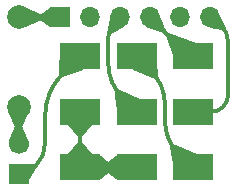
<source format=gtl>
%TF.GenerationSoftware,KiCad,Pcbnew,7.0.2*%
%TF.CreationDate,2023-07-27T03:31:46-04:00*%
%TF.ProjectId,switchy,73776974-6368-4792-9e6b-696361645f70,1.0*%
%TF.SameCoordinates,Original*%
%TF.FileFunction,Copper,L1,Top*%
%TF.FilePolarity,Positive*%
%FSLAX46Y46*%
G04 Gerber Fmt 4.6, Leading zero omitted, Abs format (unit mm)*
G04 Created by KiCad (PCBNEW 7.0.2) date 2023-07-27 03:31:46*
%MOMM*%
%LPD*%
G01*
G04 APERTURE LIST*
%TA.AperFunction,ComponentPad*%
%ADD10C,1.700000*%
%TD*%
%TA.AperFunction,ComponentPad*%
%ADD11R,1.700000X1.700000*%
%TD*%
%TA.AperFunction,ComponentPad*%
%ADD12O,1.700000X1.700000*%
%TD*%
%TA.AperFunction,ComponentPad*%
%ADD13C,2.000000*%
%TD*%
%TA.AperFunction,ComponentPad*%
%ADD14R,3.500000X2.250000*%
%TD*%
%TA.AperFunction,Conductor*%
%ADD15C,0.350000*%
%TD*%
G04 APERTURE END LIST*
D10*
X140000000Y-102750000D03*
D11*
X140000000Y-105290000D03*
X143500000Y-92000000D03*
D12*
X146040000Y-92000000D03*
X148580000Y-92000000D03*
X151120000Y-92000000D03*
X153660000Y-92000000D03*
X156200000Y-92000000D03*
D13*
X140000000Y-99560000D03*
X140000000Y-91940000D03*
D14*
X145200000Y-95300000D03*
X145200000Y-100000000D03*
X145200000Y-104700000D03*
X150000000Y-95300000D03*
X150000000Y-100000000D03*
X150000000Y-104700000D03*
X154800000Y-95300000D03*
X154800000Y-100000000D03*
X154800000Y-104700000D03*
D15*
X140355000Y-105290000D02*
X140000000Y-105290000D01*
X143725000Y-96775000D02*
X145200000Y-95300000D01*
X141479999Y-104519999D02*
X140961022Y-105038977D01*
X142250000Y-102661055D02*
X142250000Y-100335965D01*
X140355000Y-105290012D02*
G75*
G03*
X140961021Y-105038976I0J857012D01*
G01*
X141480013Y-104520013D02*
G75*
G03*
X142250000Y-102661055I-1858913J1858913D01*
G01*
X143725010Y-96775010D02*
G75*
G03*
X142250000Y-100335965I3560990J-3560990D01*
G01*
X140000000Y-99560000D02*
X140000000Y-102750000D01*
X156350000Y-92000000D02*
X156200000Y-92000000D01*
X156275000Y-100000000D02*
X154800000Y-100000000D01*
X157750000Y-98525000D02*
X157750000Y-94133883D01*
X156606066Y-92106066D02*
X157125000Y-92625000D01*
X157750006Y-94133883D02*
G75*
G03*
X157124999Y-92625001I-2133906J-17D01*
G01*
X156606059Y-92106073D02*
G75*
G03*
X156350000Y-92000000I-256059J-256027D01*
G01*
X156275000Y-100000000D02*
G75*
G03*
X157750000Y-98525000I0J1475000D01*
G01*
X151200000Y-96500000D02*
X150000000Y-95300000D01*
X153550000Y-103550000D02*
X154664644Y-104664644D01*
X152400000Y-100773654D02*
X152400000Y-99397056D01*
X154750000Y-104700000D02*
X154800000Y-104700000D01*
X152400019Y-100773654D02*
G75*
G03*
X153550000Y-103550000I3926281J-46D01*
G01*
X152400018Y-99397056D02*
G75*
G03*
X151200000Y-96500000I-4097118J-44D01*
G01*
X154664646Y-104664642D02*
G75*
G03*
X154750000Y-104700000I85354J85342D01*
G01*
X154610000Y-95300000D02*
X154800000Y-95300000D01*
X154285649Y-95165649D02*
X151120000Y-92000000D01*
X154285649Y-95165649D02*
G75*
G03*
X154610000Y-95300000I324351J324349D01*
G01*
X147600000Y-93672964D02*
X147600000Y-95902943D01*
X148090000Y-92490000D02*
X148580000Y-92000000D01*
X148800000Y-98800000D02*
X150000000Y-100000000D01*
X147599953Y-95902943D02*
G75*
G03*
X148800000Y-98800000I4097047J43D01*
G01*
X148090010Y-92490010D02*
G75*
G03*
X147600000Y-93672964I1182990J-1182990D01*
G01*
X145200000Y-104700000D02*
X150000000Y-104700000D01*
X145200000Y-104700000D02*
X145200000Y-100000000D01*
X140102426Y-92000000D02*
X143500000Y-92000000D01*
X140030000Y-91970000D02*
X140000000Y-91940000D01*
X140029992Y-91970008D02*
G75*
G03*
X140102426Y-92000000I72408J72408D01*
G01*
%TA.AperFunction,Conductor*%
G36*
X151741578Y-95700673D02*
G01*
X151748870Y-95705870D01*
X151750620Y-95711235D01*
X151843650Y-97004795D01*
X151840825Y-97013292D01*
X151838480Y-97015362D01*
X151558347Y-97202544D01*
X151549565Y-97204291D01*
X151547334Y-97203611D01*
X149694363Y-96428987D01*
X149688052Y-96422634D01*
X149687608Y-96415044D01*
X149996438Y-95309928D01*
X150001964Y-95302884D01*
X150010332Y-95301678D01*
X151741578Y-95700673D01*
G37*
%TD.AperFunction*%
%TA.AperFunction,Conductor*%
G36*
X153115941Y-102713268D02*
G01*
X153510342Y-102884317D01*
X155093639Y-103570982D01*
X155099866Y-103577418D01*
X155100283Y-103584751D01*
X154803349Y-104690165D01*
X154797894Y-104697266D01*
X154789619Y-104698575D01*
X153057766Y-104330651D01*
X153050385Y-104325579D01*
X153048664Y-104321174D01*
X152920663Y-103570982D01*
X152803502Y-102884316D01*
X152805488Y-102875585D01*
X152809518Y-102872031D01*
X153105772Y-102713682D01*
X153114682Y-102712806D01*
X153115941Y-102713268D01*
G37*
%TD.AperFunction*%
%TA.AperFunction,Conductor*%
G36*
X145198603Y-95303118D02*
G01*
X145203383Y-95309900D01*
X145487279Y-96414567D01*
X145486019Y-96423433D01*
X145479784Y-96428532D01*
X143711561Y-97042349D01*
X143702621Y-97041825D01*
X143700203Y-97040259D01*
X143441413Y-96823109D01*
X143437279Y-96815166D01*
X143437235Y-96814019D01*
X143449896Y-95647383D01*
X143453412Y-95639148D01*
X143459372Y-95636023D01*
X145189830Y-95301325D01*
X145198603Y-95303118D01*
G37*
%TD.AperFunction*%
%TA.AperFunction,Conductor*%
G36*
X148452592Y-98096449D02*
G01*
X148455145Y-98097516D01*
X150305604Y-98871013D01*
X150311915Y-98877365D01*
X150312359Y-98884956D01*
X150003561Y-99990070D01*
X149998034Y-99997115D01*
X149989666Y-99998322D01*
X148258422Y-99599410D01*
X148251129Y-99594213D01*
X148249379Y-99588851D01*
X148156279Y-98295268D01*
X148159103Y-98286771D01*
X148161443Y-98284706D01*
X148441581Y-98097515D01*
X148450362Y-98095769D01*
X148452592Y-98096449D01*
G37*
%TD.AperFunction*%
%TA.AperFunction,Conductor*%
G36*
X147807817Y-91680134D02*
G01*
X148575665Y-91997159D01*
X148582004Y-92003484D01*
X148582012Y-92003503D01*
X148901313Y-92775702D01*
X148901308Y-92784657D01*
X148896225Y-92790377D01*
X147804706Y-93402601D01*
X147797152Y-93403953D01*
X147467534Y-93351742D01*
X147459898Y-93347063D01*
X147457808Y-93338356D01*
X147457891Y-93337893D01*
X147791885Y-91688625D01*
X147796886Y-91681198D01*
X147805674Y-91679482D01*
X147807817Y-91680134D01*
G37*
%TD.AperFunction*%
%TA.AperFunction,Conductor*%
G36*
X140393146Y-91021428D02*
G01*
X140393924Y-91021784D01*
X141981631Y-91821758D01*
X141987476Y-91828540D01*
X141988065Y-91832206D01*
X141988065Y-92167288D01*
X141984638Y-92175561D01*
X141980979Y-92178040D01*
X140393561Y-92859211D01*
X140384607Y-92859324D01*
X140378195Y-92853073D01*
X140378142Y-92852946D01*
X140000863Y-91944486D01*
X140000854Y-91935535D01*
X140377855Y-91027744D01*
X140384192Y-91021419D01*
X140393146Y-91021428D01*
G37*
%TD.AperFunction*%
%TA.AperFunction,Conductor*%
G36*
X148257013Y-103704005D02*
G01*
X149983209Y-104689839D01*
X149988694Y-104696918D01*
X149987567Y-104705801D01*
X149983209Y-104710159D01*
X148257015Y-105695993D01*
X148248132Y-105697120D01*
X148243767Y-105694858D01*
X147254254Y-104878509D01*
X147250053Y-104870601D01*
X147250000Y-104869484D01*
X147250000Y-104530515D01*
X147253427Y-104522242D01*
X147254248Y-104521494D01*
X148243769Y-103705140D01*
X148252330Y-103702519D01*
X148257013Y-103704005D01*
G37*
%TD.AperFunction*%
%TA.AperFunction,Conductor*%
G36*
X156983957Y-91678980D02*
G01*
X156990049Y-91684794D01*
X157539396Y-92849747D01*
X157539826Y-92858691D01*
X157534664Y-92864869D01*
X157244574Y-93032353D01*
X157236682Y-93033741D01*
X156209652Y-92851710D01*
X156202104Y-92846892D01*
X156199994Y-92840197D01*
X156199504Y-92006965D01*
X156202926Y-91998692D01*
X156206737Y-91996146D01*
X156975003Y-91678969D01*
X156983957Y-91678980D01*
G37*
%TD.AperFunction*%
%TA.AperFunction,Conductor*%
G36*
X145207769Y-100007871D02*
G01*
X145208748Y-100008850D01*
X146193349Y-101117511D01*
X146196281Y-101125972D01*
X146193626Y-101132726D01*
X145378510Y-102120746D01*
X145370602Y-102124947D01*
X145369485Y-102125000D01*
X145030515Y-102125000D01*
X145022242Y-102121573D01*
X145021490Y-102120746D01*
X144206372Y-101132724D01*
X144203751Y-101124163D01*
X144206649Y-101117513D01*
X145191252Y-100008849D01*
X145199308Y-100004939D01*
X145207769Y-100007871D01*
G37*
%TD.AperFunction*%
%TA.AperFunction,Conductor*%
G36*
X140912633Y-99938012D02*
G01*
X140918960Y-99944350D01*
X140918951Y-99953304D01*
X140918763Y-99953733D01*
X140178141Y-101553216D01*
X140171555Y-101559284D01*
X140167524Y-101560000D01*
X139832476Y-101560000D01*
X139824203Y-101556573D01*
X139821859Y-101553216D01*
X139595587Y-101064549D01*
X139081235Y-99953731D01*
X139080869Y-99944786D01*
X139086937Y-99938200D01*
X139087340Y-99938023D01*
X139995514Y-99560862D01*
X140004464Y-99560854D01*
X140912633Y-99938012D01*
G37*
%TD.AperFunction*%
%TA.AperFunction,Conductor*%
G36*
X151903175Y-91679302D02*
G01*
X151909500Y-91685641D01*
X151909604Y-91685902D01*
X152308076Y-92720639D01*
X152332258Y-92783433D01*
X152443091Y-93071238D01*
X152442867Y-93080190D01*
X152440446Y-93083716D01*
X152203716Y-93320446D01*
X152195443Y-93323873D01*
X152191238Y-93323091D01*
X150805902Y-92789604D01*
X150799413Y-92783433D01*
X150799189Y-92774481D01*
X150799277Y-92774259D01*
X151117438Y-92003783D01*
X151123759Y-91997448D01*
X151894221Y-91679293D01*
X151903175Y-91679302D01*
G37*
%TD.AperFunction*%
%TA.AperFunction,Conductor*%
G36*
X140175666Y-101053427D02*
G01*
X140178087Y-101056953D01*
X140780435Y-102413765D01*
X140780659Y-102422717D01*
X140774488Y-102429206D01*
X140774230Y-102429317D01*
X140004488Y-102749134D01*
X139995533Y-102749143D01*
X139995510Y-102749134D01*
X139225769Y-102429317D01*
X139219444Y-102422978D01*
X139219453Y-102414023D01*
X139219533Y-102413835D01*
X139821913Y-101056952D01*
X139828402Y-101050782D01*
X139832607Y-101050000D01*
X140167393Y-101050000D01*
X140175666Y-101053427D01*
G37*
%TD.AperFunction*%
%TA.AperFunction,Conductor*%
G36*
X145377758Y-102578427D02*
G01*
X145378505Y-102579248D01*
X146193626Y-103567274D01*
X146196248Y-103575836D01*
X146193349Y-103582488D01*
X145208748Y-104691149D01*
X145200692Y-104695060D01*
X145192231Y-104692128D01*
X145191252Y-104691149D01*
X144206650Y-103582488D01*
X144203718Y-103574027D01*
X144206371Y-103567277D01*
X145021490Y-102579253D01*
X145029398Y-102575053D01*
X145030515Y-102575000D01*
X145369485Y-102575000D01*
X145377758Y-102578427D01*
G37*
%TD.AperFunction*%
%TA.AperFunction,Conductor*%
G36*
X141356681Y-104402505D02*
G01*
X141356900Y-104402719D01*
X141594143Y-104639962D01*
X141597570Y-104648235D01*
X141595692Y-104654593D01*
X140856173Y-105797056D01*
X140848801Y-105802139D01*
X140840284Y-105800702D01*
X140003451Y-105293228D01*
X139998154Y-105286008D01*
X139998147Y-105285981D01*
X139843510Y-104648235D01*
X139796431Y-104454072D01*
X139797812Y-104445226D01*
X139805045Y-104439946D01*
X139807494Y-104439621D01*
X141348322Y-104399296D01*
X141356681Y-104402505D01*
G37*
%TD.AperFunction*%
%TA.AperFunction,Conductor*%
G36*
X142657377Y-91157369D02*
G01*
X143054126Y-91553651D01*
X143492712Y-91991722D01*
X143496144Y-91999992D01*
X143492722Y-92008267D01*
X143492712Y-92008277D01*
X142657377Y-92842630D01*
X142649102Y-92846052D01*
X142641833Y-92843514D01*
X141804424Y-92178513D01*
X141800076Y-92170685D01*
X141800000Y-92169351D01*
X141800000Y-91830648D01*
X141803427Y-91822375D01*
X141804415Y-91821493D01*
X142641834Y-91156484D01*
X142650443Y-91154023D01*
X142657377Y-91157369D01*
G37*
%TD.AperFunction*%
%TA.AperFunction,Conductor*%
G36*
X146956230Y-103705140D02*
G01*
X147945746Y-104521490D01*
X147949947Y-104529398D01*
X147950000Y-104530515D01*
X147950000Y-104869484D01*
X147946573Y-104877757D01*
X147945746Y-104878509D01*
X146956232Y-105694858D01*
X146947669Y-105697480D01*
X146942984Y-105695993D01*
X145216790Y-104710159D01*
X145211305Y-104703080D01*
X145212432Y-104694197D01*
X145216787Y-104689841D01*
X146942985Y-103704005D01*
X146951867Y-103702879D01*
X146956230Y-103705140D01*
G37*
%TD.AperFunction*%
%TA.AperFunction,Conductor*%
G36*
X152718626Y-93346677D02*
G01*
X154999962Y-94171625D01*
X155006575Y-94177660D01*
X155007486Y-94184759D01*
X154802641Y-95290267D01*
X154797764Y-95297777D01*
X154790128Y-95299791D01*
X153057346Y-95149754D01*
X153049399Y-95145627D01*
X153047404Y-95142217D01*
X152466805Y-93598695D01*
X152467100Y-93589745D01*
X152469480Y-93586306D01*
X152706379Y-93349407D01*
X152714651Y-93345981D01*
X152718626Y-93346677D01*
G37*
%TD.AperFunction*%
M02*

</source>
